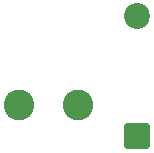
<source format=gbr>
%TF.GenerationSoftware,KiCad,Pcbnew,9.0.4*%
%TF.CreationDate,2025-11-07T15:23:53-06:00*%
%TF.ProjectId,solenoid_breakoutboard,736f6c65-6e6f-4696-945f-627265616b6f,rev?*%
%TF.SameCoordinates,Original*%
%TF.FileFunction,Soldermask,Bot*%
%TF.FilePolarity,Negative*%
%FSLAX46Y46*%
G04 Gerber Fmt 4.6, Leading zero omitted, Abs format (unit mm)*
G04 Created by KiCad (PCBNEW 9.0.4) date 2025-11-07 15:23:53*
%MOMM*%
%LPD*%
G01*
G04 APERTURE LIST*
G04 Aperture macros list*
%AMRoundRect*
0 Rectangle with rounded corners*
0 $1 Rounding radius*
0 $2 $3 $4 $5 $6 $7 $8 $9 X,Y pos of 4 corners*
0 Add a 4 corners polygon primitive as box body*
4,1,4,$2,$3,$4,$5,$6,$7,$8,$9,$2,$3,0*
0 Add four circle primitives for the rounded corners*
1,1,$1+$1,$2,$3*
1,1,$1+$1,$4,$5*
1,1,$1+$1,$6,$7*
1,1,$1+$1,$8,$9*
0 Add four rect primitives between the rounded corners*
20,1,$1+$1,$2,$3,$4,$5,0*
20,1,$1+$1,$4,$5,$6,$7,0*
20,1,$1+$1,$6,$7,$8,$9,0*
20,1,$1+$1,$8,$9,$2,$3,0*%
G04 Aperture macros list end*
%ADD10C,2.600000*%
%ADD11RoundRect,0.249999X0.850001X-0.850001X0.850001X0.850001X-0.850001X0.850001X-0.850001X-0.850001X0*%
%ADD12C,2.200000*%
G04 APERTURE END LIST*
D10*
%TO.C,L1*%
X118000000Y-82750000D03*
X123000000Y-82750000D03*
%TD*%
D11*
%TO.C,D1*%
X128000000Y-85410000D03*
D12*
X128000000Y-75250000D03*
%TD*%
M02*

</source>
